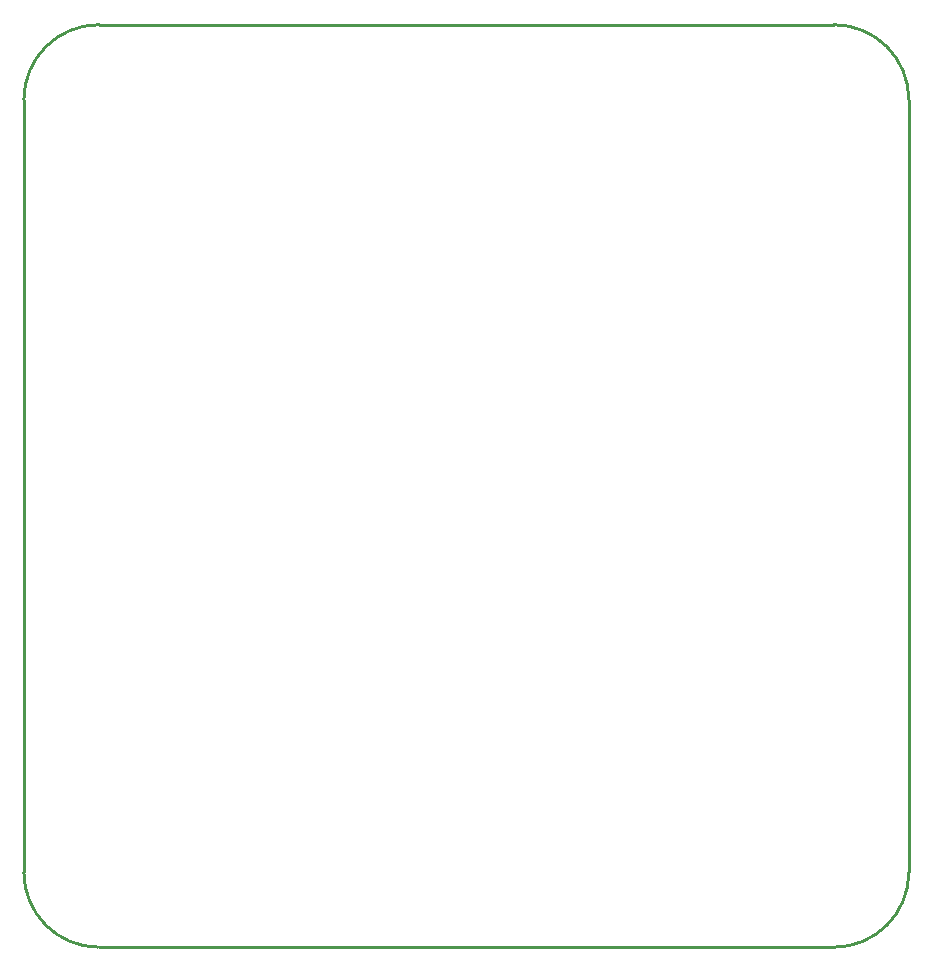
<source format=gm1>
%TF.GenerationSoftware,KiCad,Pcbnew,5.1.7-a382d34a8~87~ubuntu20.04.1*%
%TF.CreationDate,2020-10-21T15:20:26-04:00*%
%TF.ProjectId,y_arena_odor_controller,795f6172-656e-4615-9f6f-646f725f636f,2.0*%
%TF.SameCoordinates,Original*%
%TF.FileFunction,Profile,NP*%
%FSLAX46Y46*%
G04 Gerber Fmt 4.6, Leading zero omitted, Abs format (unit mm)*
G04 Created by KiCad (PCBNEW 5.1.7-a382d34a8~87~ubuntu20.04.1) date 2020-10-21 15:20:26*
%MOMM*%
%LPD*%
G01*
G04 APERTURE LIST*
%TA.AperFunction,Profile*%
%ADD10C,0.279400*%
%TD*%
G04 APERTURE END LIST*
D10*
X125730000Y-122555000D02*
G75*
G02*
X119380000Y-128905000I-6350000J0D01*
G01*
X57150000Y-128905000D02*
G75*
G02*
X50800000Y-122555000I0J6350000D01*
G01*
X119380000Y-50800000D02*
G75*
G02*
X125730000Y-57150000I0J-6350000D01*
G01*
X50800000Y-57150000D02*
G75*
G02*
X57150000Y-50800000I6350000J0D01*
G01*
X57150000Y-50800000D02*
X119380000Y-50800000D01*
X50800000Y-122555000D02*
X50800000Y-57150000D01*
X119380000Y-128905000D02*
X57150000Y-128905000D01*
X125730000Y-57150000D02*
X125730000Y-122555000D01*
M02*

</source>
